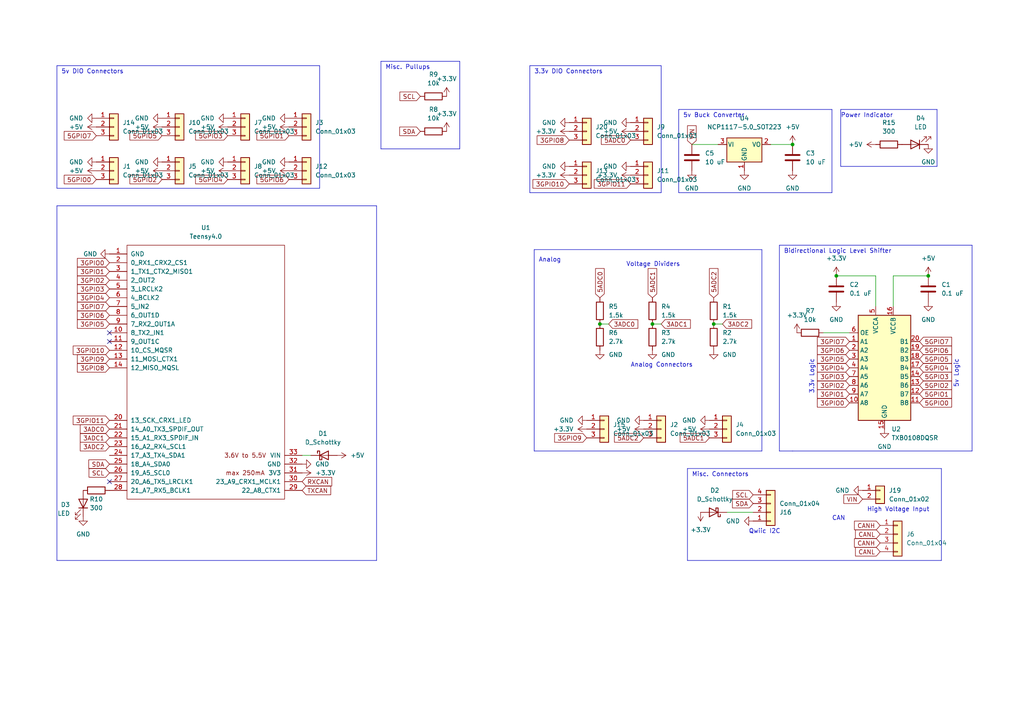
<source format=kicad_sch>
(kicad_sch (version 20230121) (generator eeschema)
  (paper "A4")
  (lib_symbols
    (symbol "Connector_Generic:Conn_01x02" (pin_names (offset 1.016) hide)
      (property "Reference" "J" (at 0 2.54 0))
      (property "Value" "Conn_01x02" (at 0 -5.08 0))
      (symbol "Conn_01x02_1_1"
        (rectangle (start -1.27 -2.413) (end 0 -2.667) (stroke (width 0.1524)))
        (rectangle (start -1.27 0.127) (end 0 -0.127) (stroke (width 0.1524)))
        (rectangle (start -1.27 1.27) (end 1.27 -3.81) (stroke (width 0.254)) (fill (type background)))
        (pin passive line (at -5.08 0 0) (length 3.81) (name "Pin_1") (number "1"))
        (pin passive line (at -5.08 -2.54 0) (length 3.81) (name "Pin_2") (number "2"))
      )
    )
    (symbol "Connector_Generic:Conn_01x03" (pin_names (offset 1.016) hide)
      (property "Reference" "J" (at 0 5.08 0))
      (property "Value" "Conn_01x03" (at 0 -5.08 0))
      (symbol "Conn_01x03_1_1"
        (rectangle (start -1.27 -2.413) (end 0 -2.667) (stroke (width 0.1524)))
        (rectangle (start -1.27 0.127) (end 0 -0.127) (stroke (width 0.1524)))
        (rectangle (start -1.27 2.667) (end 0 2.413) (stroke (width 0.1524)))
        (rectangle (start -1.27 3.81) (end 1.27 -3.81) (stroke (width 0.254)) (fill (type background)))
        (pin passive line (at -5.08 2.54 0) (length 3.81) (name "Pin_1") (number "1"))
        (pin passive line (at -5.08 0 0) (length 3.81) (name "Pin_2") (number "2"))
        (pin passive line (at -5.08 -2.54 0) (length 3.81) (name "Pin_3") (number "3"))
      )
    )
    (symbol "Connector_Generic:Conn_01x04" (pin_names (offset 1.016) hide)
      (property "Reference" "J" (at 0 5.08 0))
      (property "Value" "Conn_01x04" (at 0 -7.62 0))
      (symbol "Conn_01x04_1_1"
        (rectangle (start -1.27 -4.953) (end 0 -5.207) (stroke (width 0.1524)))
        (rectangle (start -1.27 -2.413) (end 0 -2.667) (stroke (width 0.1524)))
        (rectangle (start -1.27 0.127) (end 0 -0.127) (stroke (width 0.1524)))
        (rectangle (start -1.27 2.667) (end 0 2.413) (stroke (width 0.1524)))
        (rectangle (start -1.27 3.81) (end 1.27 -6.35) (stroke (width 0.254)) (fill (type background)))
        (pin passive line (at -5.08 2.54 0) (length 3.81) (name "Pin_1") (number "1"))
        (pin passive line (at -5.08 0 0) (length 3.81) (name "Pin_2") (number "2"))
        (pin passive line (at -5.08 -2.54 0) (length 3.81) (name "Pin_3") (number "3"))
        (pin passive line (at -5.08 -5.08 0) (length 3.81) (name "Pin_4") (number "4"))
      )
    )
    (symbol "Device:C" (pin_numbers hide) (pin_names (offset 0.254))
      (property "Reference" "C" (at 0.635 2.54 0))
      (property "Value" "C" (at 0.635 -2.54 0))
      (symbol "C_0_1"
        (polyline (pts (xy -2.032 -0.762) (xy 2.032 -0.762)) (stroke (width 0.508)))
        (polyline (pts (xy -2.032 0.762) (xy 2.032 0.762)) (stroke (width 0.508)))
      )
      (symbol "C_1_1"
        (pin passive line (at 0 3.81 270) (length 2.794) (name "~") (number "1"))
        (pin passive line (at 0 -3.81 90) (length 2.794) (name "~") (number "2"))
      )
    )
    (symbol "Device:D_Schottky" (pin_numbers hide) (pin_names (offset 1.016) hide)
      (property "Reference" "D" (at 0 2.54 0))
      (property "Value" "D_Schottky" (at 0 -2.54 0))
      (symbol "D_Schottky_0_1"
        (polyline (pts (xy 1.27 0) (xy -1.27 0)))
        (polyline (pts (xy 1.27 1.27) (xy 1.27 -1.27) (xy -1.27 0) (xy 1.27 1.27)) (stroke (width 0.254)))
        (polyline (pts (xy -1.905 0.635) (xy -1.905 1.27) (xy -1.27 1.27) (xy -1.27 -1.27) (xy -0.635 -1.27) (xy -0.635 -0.635)) (stroke (width 0.254)))
      )
      (symbol "D_Schottky_1_1"
        (pin passive line (at -3.81 0 0) (length 2.54) (name "K") (number "1"))
        (pin passive line (at 3.81 0 180) (length 2.54) (name "A") (number "2"))
      )
    )
    (symbol "Device:LED" (pin_numbers hide) (pin_names (offset 1.016) hide)
      (property "Reference" "D" (at 0 2.54 0))
      (property "Value" "LED" (at 0 -2.54 0))
      (symbol "LED_0_1"
        (polyline (pts (xy -1.27 -1.27) (xy -1.27 1.27)) (stroke (width 0.254)))
        (polyline (pts (xy -1.27 0) (xy 1.27 0)))
        (polyline (pts (xy 1.27 -1.27) (xy 1.27 1.27) (xy -1.27 0) (xy 1.27 -1.27)) (stroke (width 0.254)))
        (polyline (pts (xy -3.048 -0.762) (xy -4.572 -2.286) (xy -3.81 -2.286) (xy -4.572 -2.286) (xy -4.572 -1.524)))
        (polyline (pts (xy -1.778 -0.762) (xy -3.302 -2.286) (xy -2.54 -2.286) (xy -3.302 -2.286) (xy -3.302 -1.524)))
      )
      (symbol "LED_1_1"
        (pin passive line (at -3.81 0 0) (length 2.54) (name "K") (number "1"))
        (pin passive line (at 3.81 0 180) (length 2.54) (name "A") (number "2"))
      )
    )
    (symbol "Device:R" (pin_numbers hide) (pin_names (offset 0))
      (property "Reference" "R" (at 2.032 0 90))
      (property "Value" "R" (at 0 0 90))
      (symbol "R_0_1"
        (rectangle (start -1.016 -2.54) (end 1.016 2.54) (stroke (width 0.254)))
      )
      (symbol "R_1_1"
        (pin passive line (at 0 3.81 270) (length 1.27) (name "~") (number "1"))
        (pin passive line (at 0 -3.81 90) (length 1.27) (name "~") (number "2"))
      )
    )
    (symbol "Interface_CAN_LIN:MCP2542FDxMF"
      (property "Reference" "U" (at -10.16 8.89 0))
      (property "Value" "MCP2542FDxMF" (at 2.54 8.89 0))
      (symbol "MCP2542FDxMF_0_1"
        (rectangle (start -10.16 7.62) (end 10.16 -7.62) (stroke (width 0.254)) (fill (type background)))
      )
      (symbol "MCP2542FDxMF_1_1"
        (pin input line (at -12.7 5.08 0) (length 2.54) (name "TXD") (number "1"))
        (pin power_in line (at 0 -10.16 90) (length 2.54) (name "VSS") (number "2"))
        (pin power_in line (at 0 10.16 270) (length 2.54) (name "VDD") (number "3"))
        (pin output line (at -12.7 2.54 0) (length 2.54) (name "RXD") (number "4"))
        (pin power_in line (at -2.54 10.16 270) (length 2.54) (name "VIO") (number "5"))
        (pin bidirectional line (at 12.7 -2.54 180) (length 2.54) (name "CANL") (number "6"))
        (pin bidirectional line (at 12.7 2.54 180) (length 2.54) (name "CANH") (number "7"))
        (pin input line (at -12.7 -5.08 0) (length 2.54) (name "STBY") (number "8"))
        (pin passive line (at 0 -10.16 90) (length 2.54) hide (name "VSS") (number "9"))
      )
    )
    (symbol "Jumper:Jumper_2_Open" (pin_names (offset 0) hide)
      (property "Reference" "JP" (at 0 2.794 0))
      (property "Value" "Jumper_2_Open" (at 0 -2.286 0))
      (symbol "Jumper_2_Open_0_0"
        (circle (center -2.032 0) (radius 0.508))
        (circle (center 2.032 0) (radius 0.508))
      )
      (symbol "Jumper_2_Open_0_1"
        (arc (start 1.524 1.27) (mid 0 1.778) (end -1.524 1.27))
      )
      (symbol "Jumper_2_Open_1_1"
        (pin passive line (at -5.08 0 0) (length 2.54) (name "A") (number "1"))
        (pin passive line (at 5.08 0 180) (length 2.54) (name "B") (number "2"))
      )
    )
    (symbol "Logic_LevelTranslator:TXB0108DQSR"
      (property "Reference" "U" (at -6.35 16.51 0))
      (property "Value" "TXB0108DQSR" (at 3.81 16.51 0))
      (symbol "TXB0108DQSR_0_1"
        (rectangle (start -7.62 15.24) (end 7.62 -15.24) (stroke (width 0.254)) (fill (type background)))
      )
      (symbol "TXB0108DQSR_1_1"
        (pin bidirectional line (at -10.16 7.62 0) (length 2.54) (name "A1") (number "1"))
        (pin bidirectional line (at -10.16 -10.16 0) (length 2.54) (name "A8") (number "10"))
        (pin bidirectional line (at 10.16 -10.16 180) (length 2.54) (name "B8") (number "11"))
        (pin bidirectional line (at 10.16 -7.62 180) (length 2.54) (name "B7") (number "12"))
        (pin bidirectional line (at 10.16 -5.08 180) (length 2.54) (name "B6") (number "13"))
        (pin bidirectional line (at 10.16 -2.54 180) (length 2.54) (name "B5") (number "14"))
        (pin power_in line (at 0 -17.78 90) (length 2.54) (name "GND") (number "15"))
        (pin power_in line (at 2.54 17.78 270) (length 2.54) (name "VCCB") (number "16"))
        (pin bidirectional line (at 10.16 0 180) (length 2.54) (name "B4") (number "17"))
        (pin bidirectional line (at 10.16 2.54 180) (length 2.54) (name "B3") (number "18"))
        (pin bidirectional line (at 10.16 5.08 180) (length 2.54) (name "B2") (number "19"))
        (pin bidirectional line (at -10.16 5.08 0) (length 2.54) (name "A2") (number "2"))
        (pin bidirectional line (at 10.16 7.62 180) (length 2.54) (name "B1") (number "20"))
        (pin bidirectional line (at -10.16 2.54 0) (length 2.54) (name "A3") (number "3"))
        (pin bidirectional line (at -10.16 0 0) (length 2.54) (name "A4") (number "4"))
        (pin power_in line (at -2.54 17.78 270) (length 2.54) (name "VCCA") (number "5"))
        (pin input line (at -10.16 10.16 0) (length 2.54) (name "OE") (number "6"))
        (pin bidirectional line (at -10.16 -2.54 0) (length 2.54) (name "A5") (number "7"))
        (pin bidirectional line (at -10.16 -5.08 0) (length 2.54) (name "A6") (number "8"))
        (pin bidirectional line (at -10.16 -7.62 0) (length 2.54) (name "A7") (number "9"))
      )
    )
    (symbol "Power_Protection:NUP2105L" (pin_names hide)
      (property "Reference" "D" (at 5.715 2.54 0))
      (property "Value" "NUP2105L" (at 5.715 0.635 0))
      (symbol "NUP2105L_0_0"
        (pin passive line (at 0 -5.08 90) (length 2.54) (name "A") (number "3"))
      )
      (symbol "NUP2105L_0_1"
        (rectangle (start -4.445 2.54) (end 4.445 -2.54) (stroke (width 0.254)) (fill (type background)))
        (polyline (pts (xy -2.54 2.54) (xy -2.54 0.635)))
        (polyline (pts (xy 0 -1.27) (xy 0 -2.54)))
        (polyline (pts (xy 2.54 2.54) (xy 2.54 0.635)))
        (polyline (pts (xy -3.81 1.27) (xy -3.175 0.635) (xy -1.905 0.635) (xy -1.27 0)))
        (polyline (pts (xy -2.54 0.635) (xy -2.54 -1.27) (xy 2.54 -1.27) (xy 2.54 0.635)))
        (polyline (pts (xy -2.54 0.635) (xy -1.905 -0.635) (xy -3.175 -0.635) (xy -2.54 0.635)))
        (polyline (pts (xy 2.54 0.635) (xy 1.905 -0.635) (xy 3.175 -0.635) (xy 2.54 0.635)))
        (polyline (pts (xy 2.54 0.635) (xy 3.175 1.905) (xy 1.905 1.905) (xy 2.54 0.635)))
        (polyline (pts (xy -2.54 0.635) (xy -3.175 1.905) (xy -1.905 1.905) (xy -2.54 0.635) (xy -2.54 1.27)))
        (polyline (pts (xy 1.27 1.27) (xy 1.905 0.635) (xy 2.54 0.635) (xy 3.175 0.635) (xy 3.81 0)))
      )
      (symbol "NUP2105L_1_1"
        (pin passive line (at -2.54 5.08 270) (length 2.54) (name "K") (number "1"))
        (pin passive line (at 2.54 5.08 270) (length 2.54) (name "K") (number "2"))
      )
    )
    (symbol "Regulator_Linear:NCP1117-5.0_SOT223" (pin_names (offset 0.254))
      (property "Reference" "U" (at -3.81 3.175 0))
      (property "Value" "NCP1117-5.0_SOT223" (at 0 3.175 0))
      (symbol "NCP1117-5.0_SOT223_0_1"
        (rectangle (start -5.08 -5.08) (end 5.08 1.905) (stroke (width 0.254)) (fill (type background)))
      )
      (symbol "NCP1117-5.0_SOT223_1_1"
        (pin power_in line (at 0 -7.62 90) (length 2.54) (name "GND") (number "1"))
        (pin power_out line (at 7.62 0 180) (length 2.54) (name "VO") (number "2"))
        (pin power_in line (at -7.62 0 0) (length 2.54) (name "VI") (number "3"))
      )
    )
    (symbol "power:+3.3V" (power) (pin_names (offset 0))
      (property "Value" "+3.3V" (at 0 3.556 0))
      (symbol "+3.3V_0_1"
        (polyline (pts (xy -0.762 1.27) (xy 0 2.54)))
        (polyline (pts (xy 0 0) (xy 0 2.54)))
        (polyline (pts (xy 0 2.54) (xy 0.762 1.27)))
      )
      (symbol "+3.3V_1_1"
        (pin power_in line (at 0 0 90) (length 0) hide (name "+3.3V") (number "1"))
      )
    )
    (symbol "power:+5V" (power) (pin_names (offset 0))
      (property "Value" "+5V" (at 0 3.556 0))
      (symbol "+5V_0_1"
        (polyline (pts (xy -0.762 1.27) (xy 0 2.54)))
        (polyline (pts (xy 0 0) (xy 0 2.54)))
        (polyline (pts (xy 0 2.54) (xy 0.762 1.27)))
      )
      (symbol "+5V_1_1"
        (pin power_in line (at 0 0 90) (length 0) hide (name "+5V") (number "1"))
      )
    )
    (symbol "power:GND" (power) (pin_names (offset 0))
      (property "Value" "GND" (at 0 -3.81 0))
      (symbol "GND_0_1"
        (polyline (pts (xy 0 0) (xy 0 -1.27) (xy 1.27 -1.27) (xy 0 -2.54) (xy -1.27 -1.27) (xy 0 -1.27)))
      )
      (symbol "GND_1_1"
        (pin power_in line (at 0 0 270) (length 0) hide (name "GND") (number "1"))
      )
    )
    (symbol "teensy4:Teensy4.0" (pin_names (offset 1.016))
      (property "Reference" "U1" (at 0 41.91 0))
      (property "Value" "Teensy4.0" (at 0 39.37 0))
      (symbol "Teensy4.0_0_0"
        (text "3.6V to 5.5V" (at 11.43 -24.13 0) (effects (font (size 1.27 1.27))))
        (text "max 250mA" (at 11.43 -29.21 0) (effects (font (size 1.27 1.27))))
        (pin bidirectional line (at -27.94 11.43 0) (length 5.08) (name "8_TX2_IN1") (number "10"))
        (pin bidirectional line (at -27.94 8.89 0) (length 5.08) (name "9_OUT1C") (number "11"))
        (pin bidirectional line (at -27.94 6.35 0) (length 5.08) (name "10_CS_MQSR") (number "12"))
        (pin bidirectional line (at -27.94 3.81 0) (length 5.08) (name "11_MOSI_CTX1") (number "13"))
        (pin bidirectional line (at -27.94 1.27 0) (length 5.08) (name "12_MISO_MQSL") (number "14"))
        (pin bidirectional line (at -27.94 -13.97 0) (length 5.08) (name "13_SCK_CRX1_LED") (number "20"))
        (pin bidirectional line (at -27.94 -16.51 0) (length 5.08) (name "14_A0_TX3_SPDIF_OUT") (number "21"))
        (pin bidirectional line (at -27.94 -19.05 0) (length 5.08) (name "15_A1_RX3_SPDIF_IN") (number "22"))
        (pin bidirectional line (at -27.94 -21.59 0) (length 5.08) (name "16_A2_RX4_SCL1") (number "23"))
        (pin bidirectional line (at -27.94 -24.13 0) (length 5.08) (name "17_A3_TX4_SDA1") (number "24"))
        (pin bidirectional line (at -27.94 -26.67 0) (length 5.08) (name "18_A4_SDA0") (number "25"))
        (pin bidirectional line (at -27.94 -29.21 0) (length 5.08) (name "19_A5_SCL0") (number "26"))
        (pin bidirectional line (at -27.94 -31.75 0) (length 5.08) (name "20_A6_TX5_LRCLK1") (number "27"))
        (pin bidirectional line (at -27.94 -34.29 0) (length 5.08) (name "21_A7_RX5_BCLK1") (number "28"))
        (pin bidirectional line (at 27.94 -34.29 180) (length 5.08) (name "22_A8_CTX1") (number "29"))
        (pin bidirectional line (at 27.94 -31.75 180) (length 5.08) (name "23_A9_CRX1_MCLK1") (number "30"))
        (pin power_out line (at 27.94 -29.21 180) (length 5.08) (name "3V3") (number "31"))
        (pin power_in line (at 27.94 -26.67 180) (length 5.08) (name "GND") (number "32"))
        (pin power_in line (at 27.94 -24.13 180) (length 5.08) (name "VIN") (number "33"))
        (pin bidirectional line (at -27.94 24.13 0) (length 5.08) (name "3_LRCLK2") (number "5"))
        (pin bidirectional line (at -27.94 21.59 0) (length 5.08) (name "4_BCLK2") (number "6"))
        (pin bidirectional line (at -27.94 19.05 0) (length 5.08) (name "5_IN2") (number "7"))
        (pin bidirectional line (at -27.94 16.51 0) (length 5.08) (name "6_OUT1D") (number "8"))
        (pin bidirectional line (at -27.94 13.97 0) (length 5.08) (name "7_RX2_OUT1A") (number "9"))
      )
      (symbol "Teensy4.0_0_1"
        (rectangle (start -22.86 36.83) (end 22.86 -36.83))
        (rectangle (start -20.32 -31.75) (end -20.32 -31.75))
      )
      (symbol "Teensy4.0_1_1"
        (pin power_in line (at -27.94 34.29 0) (length 5.08) (name "GND") (number "1"))
        (pin bidirectional line (at -27.94 31.75 0) (length 5.08) (name "0_RX1_CRX2_CS1") (number "2"))
        (pin bidirectional line (at -27.94 29.21 0) (length 5.08) (name "1_TX1_CTX2_MISO1") (number "3"))
        (pin bidirectional line (at -27.94 26.67 0) (length 5.08) (name "2_OUT2") (number "4"))
      )
    )
  )
  (junction (at 242.57 80.01))
  (junction (at -30.48 193.04))
  (junction (at 269.24 80.01))
  (junction (at 189.23 93.98))
  (junction (at 173.99 93.98))
  (junction (at 207.01 93.98))
  (junction (at 229.87 41.91))
  (junction (at -25.4 193.04))
  (no_connect (at 31.75 96.52))
  (no_connect (at 31.75 99.06))
  (no_connect (at 31.75 139.7))
  (wire (pts (xy 269.24 80.01) (xy 259.08 80.01)))
  (wire (pts (xy -27.94 204.47) (xy -27.94 207.01)))
  (polyline (pts (xy 199.39 162.56) (xy 199.39 135.89)))
  (polyline (pts (xy 243.84 31.75) (xy 243.84 48.26)))
  (polyline (pts (xy 273.05 162.56) (xy 199.39 162.56)))
  (polyline (pts (xy 199.39 135.89) (xy 273.05 135.89)))
  (wire (pts (xy 176.53 93.98) (xy 173.99 93.98)))
  (polyline (pts (xy 220.98 130.81) (xy 154.94 130.81)))
  (polyline (pts (xy 243.84 48.26) (xy 271.78 48.26)))
  (wire (pts (xy 210.82 148.59) (xy 218.44 148.59)))
  (polyline (pts (xy -7.62 251.46) (xy -7.62 162.56)))
  (polyline (pts (xy -8.89 162.56) (xy -99.06 162.56)))
  (polyline (pts (xy 154.94 130.81) (xy 154.94 72.39)))
  (polyline (pts (xy 273.05 135.89) (xy 273.05 162.56)))
  (polyline (pts (xy 110.49 17.78) (xy 110.49 43.18)))
  (polyline (pts (xy 226.06 71.12) (xy 226.06 130.81)))
  (polyline (pts (xy 110.49 17.78) (xy 133.35 17.78)))
  (polyline (pts (xy 196.85 31.75) (xy 241.3 31.75)))
  (wire (pts (xy 200.66 41.91) (xy 208.28 41.91)))
  (wire (pts (xy -27.94 204.47) (xy -25.4 204.47)))
  (wire (pts (xy 238.76 96.52) (xy 246.38 96.52)))
  (wire (pts (xy 209.55 93.98) (xy 207.01 93.98)))
  (polyline (pts (xy 281.94 71.12) (xy 226.06 71.12)))
  (wire (pts (xy -30.48 193.04) (xy -30.48 207.01)))
  (polyline (pts (xy -8.89 162.56) (xy -7.62 162.56)))
  (polyline (pts (xy 226.06 130.81) (xy 229.87 130.81)))
  (polyline (pts (xy 271.78 48.26) (xy 271.78 31.75)))
  (wire (pts (xy -25.4 193.04) (xy -22.86 193.04)))
  (polyline (pts (xy 229.87 130.81) (xy 281.94 130.81)))
  (polyline (pts (xy 191.77 19.05) (xy 153.67 19.05)))
  (polyline (pts (xy 220.98 72.39) (xy 220.98 130.81)))
  (polyline (pts (xy -99.06 251.46) (xy -7.62 251.46)))
  (polyline (pts (xy 241.3 31.75) (xy 241.3 55.88)))
  (wire (pts (xy 191.77 93.98) (xy 189.23 93.98)))
  (polyline (pts (xy 92.71 19.05) (xy 16.51 19.05)))
  (polyline (pts (xy 16.51 19.05) (xy 16.51 54.61)))
  (wire (pts (xy -33.02 193.04) (xy -30.48 193.04)))
  (polyline (pts (xy 196.85 31.75) (xy 196.85 55.88)))
  (polyline (pts (xy 153.67 55.88) (xy 191.77 55.88)))
  (polyline (pts (xy 191.77 55.88) (xy 191.77 19.05)))
  (polyline (pts (xy 110.49 43.18) (xy 133.35 43.18)))
  (wire (pts (xy 254 80.01) (xy 254 88.9)))
  (polyline (pts (xy 281.94 130.81) (xy 281.94 71.12)))
  (polyline (pts (xy -99.06 162.56) (xy -99.06 251.46)))
  (wire (pts (xy 259.08 80.01) (xy 259.08 88.9)))
  (polyline (pts (xy 271.78 31.75) (xy 243.84 31.75)))
  (wire (pts (xy 223.52 41.91) (xy 229.87 41.91)))
  (polyline (pts (xy 16.51 54.61) (xy 92.71 54.61)))
  (polyline (pts (xy 133.35 43.18) (xy 133.35 17.78)))
  (polyline (pts (xy 154.94 72.39) (xy 220.98 72.39)))
  (polyline (pts (xy 16.51 162.56) (xy 16.51 59.69)))
  (wire (pts (xy -25.4 193.04) (xy -25.4 204.47)))
  (polyline (pts (xy 16.51 59.69) (xy 109.22 59.69)))
  (polyline (pts (xy 109.22 59.69) (xy 109.22 162.56)))
  (polyline (pts (xy 92.71 54.61) (xy 92.71 19.05)))
  (wire (pts (xy 87.63 132.08) (xy 90.17 132.08)))
  (polyline (pts (xy 109.22 162.56) (xy 16.51 162.56)))
  (polyline (pts (xy 241.3 55.88) (xy 196.85 55.88)))
  (polyline (pts (xy 153.67 19.05) (xy 153.67 55.88)))
  (wire (pts (xy 242.57 80.01) (xy 254 80.01)))
  (text "5v Logic" (at 278.13 104.14 90) (effects (font (size 1.27 1.27)) (justify right bottom)))
  (text "Selectable Bus Termination" (at -91.44 186.69 0) (effects (font (size 1.27 1.27)) (justify left bottom)))
  (text "Analog Connectors" (at 182.88 106.68 0) (effects (font (size 1.27 1.27)) (justify left bottom)))
  (text "3.3v DIO Connectors" (at 154.94 21.59 0) (effects (font (size 1.27 1.27)) (justify left bottom)))
  (text "5v Buck Converter" (at 198.12 34.29 0) (effects (font (size 1.27 1.27)) (justify left bottom)))
  (text "Qwiic I2C" (at 217.17 154.94 0) (effects (font (size 1.27 1.27)) (justify left bottom)))
  (text "3.3v Logic" (at 236.22 104.14 90) (effects (font (size 1.27 1.27)) (justify right bottom)))
  (text "Misc. Connectors" (at 200.66 138.43 0) (effects (font (size 1.27 1.27)) (justify left bottom)))
  (text "CAN" (at 241.3 151.13 0) (effects (font (size 1.27 1.27)) (justify left bottom)))
  (text "Analog" (at 156.21 76.2 0) (effects (font (size 1.27 1.27)) (justify left bottom)))
  (text "Bidirectional Logic Level Shifter" (at 227.33 73.66 0) (effects (font (size 1.27 1.27)) (justify left bottom)))
  (text "High Voltage Input" (at 251.46 148.59 0) (effects (font (size 1.27 1.27)) (justify left bottom)))
  (text "Voltage Dividers" (at 181.61 77.47 0) (effects (font (size 1.27 1.27)) (justify left bottom)))
  (text "Power Indicator" (at 243.84 34.29 0) (effects (font (size 1.27 1.27)) (justify left bottom)))
  (text "5v DIO Connectors" (at 17.78 21.59 0) (effects (font (size 1.27 1.27)) (justify left bottom)))
  (text "Misc. Pullups" (at 111.76 20.32 0) (effects (font (size 1.27 1.27)) (justify left bottom)))
  (text "CAN Transciever & Connector" (at -96.52 165.1 0) (effects (font (size 1.27 1.27)) (justify left bottom)))
  (global_label "SCL" (shape input) (at 121.92 27.94 180) (property "Intersheetrefs" "${INTERSHEET_REFS}" (effects hide)))
  (global_label "CANH" (shape input) (at -15.24 214.63 0) (property "Intersheetrefs" "${INTERSHEET_REFS}" (effects hide)))
  (global_label "TXCAN" (shape input) (at -40.64 212.09 180) (property "Intersheetrefs" "${INTERSHEET_REFS}" (effects hide)))
  (global_label "3GPIO5" (shape input) (at 246.38 104.14 180) (property "Intersheetrefs" "${INTERSHEET_REFS}" (effects hide)))
  (global_label "CANL" (shape input) (at -15.24 219.71 0) (property "Intersheetrefs" "${INTERSHEET_REFS}" (effects hide)))
  (global_label "5GPIO7" (shape input) (at 266.7 99.06 0) (property "Intersheetrefs" "${INTERSHEET_REFS}" (effects hide)))
  (global_label "3GPIO10" (shape input) (at 31.75 101.6 180) (property "Intersheetrefs" "${INTERSHEET_REFS}" (effects hide)))
  (global_label "SDA" (shape input) (at 31.75 134.62 180) (property "Intersheetrefs" "${INTERSHEET_REFS}" (effects hide)))
  (global_label "5GPIO6" (shape input) (at 83.82 52.07 180) (property "Intersheetrefs" "${INTERSHEET_REFS}" (effects hide)))
  (global_label "3GPIO0" (shape input) (at 31.75 76.2 180) (property "Intersheetrefs" "${INTERSHEET_REFS}" (effects hide)))
  (global_label "3GPIO6" (shape input) (at 246.38 101.6 180) (property "Intersheetrefs" "${INTERSHEET_REFS}" (effects hide)))
  (global_label "5GPIO1" (shape input) (at 266.7 114.3 0) (property "Intersheetrefs" "${INTERSHEET_REFS}" (effects hide)))
  (global_label "3ADC1" (shape input) (at 191.77 93.98 0) (property "Intersheetrefs" "${INTERSHEET_REFS}" (effects hide)))
  (global_label "3ADC2" (shape input) (at 31.75 129.54 180) (property "Intersheetrefs" "${INTERSHEET_REFS}" (effects hide)))
  (global_label "3GPIO2" (shape input) (at 31.75 81.28 180) (property "Intersheetrefs" "${INTERSHEET_REFS}" (effects hide)))
  (global_label "5GPIO0" (shape input) (at 27.94 52.07 180) (property "Intersheetrefs" "${INTERSHEET_REFS}" (effects hide)))
  (global_label "5GPIO2" (shape input) (at 266.7 111.76 0) (property "Intersheetrefs" "${INTERSHEET_REFS}" (effects hide)))
  (global_label "5GPIO2" (shape input) (at 46.99 52.07 180) (property "Intersheetrefs" "${INTERSHEET_REFS}" (effects hide)))
  (global_label "3GPIO0" (shape input) (at 246.38 116.84 180) (property "Intersheetrefs" "${INTERSHEET_REFS}" (effects hide)))
  (global_label "5ADC0" (shape input) (at 173.99 86.36 90) (property "Intersheetrefs" "${INTERSHEET_REFS}" (effects hide)))
  (global_label "CANH" (shape input) (at 255.27 152.4 180) (property "Intersheetrefs" "${INTERSHEET_REFS}" (effects hide)))
  (global_label "5GPIO3" (shape input) (at 266.7 109.22 0) (property "Intersheetrefs" "${INTERSHEET_REFS}" (effects hide)))
  (global_label "3GPIO11" (shape input) (at 31.75 121.92 180) (property "Intersheetrefs" "${INTERSHEET_REFS}" (effects hide)))
  (global_label "3ADC1" (shape input) (at 31.75 127 180) (property "Intersheetrefs" "${INTERSHEET_REFS}" (effects hide)))
  (global_label "CANH" (shape input) (at -83.82 234.95 0) (property "Intersheetrefs" "${INTERSHEET_REFS}" (effects hide)))
  (global_label "5ADC1" (shape input) (at 189.23 86.36 90) (property "Intersheetrefs" "${INTERSHEET_REFS}" (effects hide)))
  (global_label "3GPIO6" (shape input) (at 31.75 91.44 180) (property "Intersheetrefs" "${INTERSHEET_REFS}" (effects hide)))
  (global_label "SDA" (shape input) (at 218.44 146.05 180) (property "Intersheetrefs" "${INTERSHEET_REFS}" (effects hide)))
  (global_label "5GPIO3" (shape input) (at 66.04 39.37 180) (property "Intersheetrefs" "${INTERSHEET_REFS}" (effects hide)))
  (global_label "5ADC1" (shape input) (at 205.74 127 180) (property "Intersheetrefs" "${INTERSHEET_REFS}" (effects hide)))
  (global_label "3ADC0" (shape input) (at 31.75 124.46 180) (property "Intersheetrefs" "${INTERSHEET_REFS}" (effects hide)))
  (global_label "5ADC0" (shape input) (at 182.88 40.64 180) (property "Intersheetrefs" "${INTERSHEET_REFS}" (effects hide)))
  (global_label "CANL" (shape input) (at 255.27 160.02 180) (property "Intersheetrefs" "${INTERSHEET_REFS}" (effects hide)))
  (global_label "3GPIO4" (shape input) (at 246.38 106.68 180) (property "Intersheetrefs" "${INTERSHEET_REFS}" (effects hide)))
  (global_label "SCL" (shape input) (at 31.75 137.16 180) (property "Intersheetrefs" "${INTERSHEET_REFS}" (effects hide)))
  (global_label "VIN" (shape input) (at 250.19 144.78 180) (property "Intersheetrefs" "${INTERSHEET_REFS}" (effects hide)))
  (global_label "RXCAN" (shape input) (at -40.64 214.63 180) (property "Intersheetrefs" "${INTERSHEET_REFS}" (effects hide)))
  (global_label "5GPIO6" (shape input) (at 266.7 101.6 0) (property "Intersheetrefs" "${INTERSHEET_REFS}" (effects hide)))
  (global_label "RXCAN" (shape input) (at 87.63 139.7 0) (property "Intersheetrefs" "${INTERSHEET_REFS}" (effects hide)))
  (global_label "3ADC2" (shape input) (at 209.55 93.98 0) (property "Intersheetrefs" "${INTERSHEET_REFS}" (effects hide)))
  (global_label "CANL" (shape input) (at 255.27 154.94 180) (property "Intersheetrefs" "${INTERSHEET_REFS}" (effects hide)))
  (global_label "3GPIO9" (shape input) (at 170.18 127 180) (property "Intersheetrefs" "${INTERSHEET_REFS}" (effects hide)))
  (global_label "5GPIO5" (shape input) (at 266.7 104.14 0) (property "Intersheetrefs" "${INTERSHEET_REFS}" (effects hide)))
  (global_label "3ADC0" (shape input) (at 176.53 93.98 0) (property "Intersheetrefs" "${INTERSHEET_REFS}" (effects hide)))
  (global_label "SCL" (shape input) (at 218.44 143.51 180) (property "Intersheetrefs" "${INTERSHEET_REFS}" (effects hide)))
  (global_label "3GPIO1" (shape input) (at 31.75 78.74 180) (property "Intersheetrefs" "${INTERSHEET_REFS}" (effects hide)))
  (global_label "3GPIO1" (shape input) (at 246.38 114.3 180) (property "Intersheetrefs" "${INTERSHEET_REFS}" (effects hide)))
  (global_label "3GPIO8" (shape input) (at 31.75 106.68 180) (property "Intersheetrefs" "${INTERSHEET_REFS}" (effects hide)))
  (global_label "5GPIO0" (shape input) (at 266.7 116.84 0) (property "Intersheetrefs" "${INTERSHEET_REFS}" (effects hide)))
  (global_label "VIN" (shape input) (at 200.66 41.91 90) (property "Intersheetrefs" "${INTERSHEET_REFS}" (effects hide)))
  (global_label "5GPIO7" (shape input) (at 27.94 39.37 180) (property "Intersheetrefs" "${INTERSHEET_REFS}" (effects hide)))
  (global_label "5GPIO1" (shape input) (at 83.82 39.37 180) (property "Intersheetrefs" "${INTERSHEET_REFS}" (effects hide)))
  (global_label "3GPIO9" (shape input) (at 31.75 104.14 180) (property "Intersheetrefs" "${INTERSHEET_REFS}" (effects hide)))
  (global_label "3GPIO10" (shape input) (at 165.1 53.34 180) (property "Intersheetrefs" "${INTERSHEET_REFS}" (effects hide)))
  (global_label "SDA" (shape input) (at 121.92 38.1 180) (property "Intersheetrefs" "${INTERSHEET_REFS}" (effects hide)))
  (global_label "3GPIO7" (shape input) (at 246.38 99.06 180) (property "Intersheetrefs" "${INTERSHEET_REFS}" (effects hide)))
  (global_label "CANL" (shape input) (at -63.5 194.31 0) (property "Intersheetrefs" "${INTERSHEET_REFS}" (effects hide)))
  (global_label "5ADC2" (shape input) (at 207.01 86.36 90) (property "Intersheetrefs" "${INTERSHEET_REFS}" (effects hide)))
  (global_label "3GPIO8" (shape input) (at 165.1 40.64 180) (property "Intersheetrefs" "${INTERSHEET_REFS}" (effects hide)))
  (global_label "3GPIO4" (shape input) (at 31.75 86.36 180) (property "Intersheetrefs" "${INTERSHEET_REFS}" (effects hide)))
  (global_label "3GPIO11" (shape input) (at 182.88 53.34 180) (property "Intersheetrefs" "${INTERSHEET_REFS}" (effects hide)))
  (global_label "3GPIO3" (shape input) (at 31.75 83.82 180) (property "Intersheetrefs" "${INTERSHEET_REFS}" (effects hide)))
  (global_label "CANH" (shape input) (at -81.28 194.31 180) (property "Intersheetrefs" "${INTERSHEET_REFS}" (effects hide)))
  (global_label "3GPIO7" (shape input) (at 31.75 88.9 180) (property "Intersheetrefs" "${INTERSHEET_REFS}" (effects hide)))
  (global_label "CANH" (shape input) (at 255.27 157.48 180) (property "Intersheetrefs" "${INTERSHEET_REFS}" (effects hide)))
  (global_label "3GPIO5" (shape input) (at 31.75 93.98 180) (property "Intersheetrefs" "${INTERSHEET_REFS}" (effects hide)))
  (global_label "5GPIO5" (shape input) (at 46.99 39.37 180) (property "Intersheetrefs" "${INTERSHEET_REFS}" (effects hide)))
  (global_label "5GPIO4" (shape input) (at 266.7 106.68 0) (property "Intersheetrefs" "${INTERSHEET_REFS}" (effects hide)))
  (global_label "TXCAN" (shape input) (at 87.63 142.24 0) (property "Intersheetrefs" "${INTERSHEET_REFS}" (effects hide)))
  (global_label "5ADC2" (shape input) (at 186.69 127 180) (property "Intersheetrefs" "${INTERSHEET_REFS}" (effects hide)))
  (global_label "CANL" (shape input) (at -88.9 234.95 180) (property "Intersheetrefs" "${INTERSHEET_REFS}" (effects hide)))
  (global_label "5GPIO4" (shape input) (at 66.04 52.07 180) (property "Intersheetrefs" "${INTERSHEET_REFS}" (effects hide)))
  (global_label "3GPIO3" (shape input) (at 246.38 109.22 180) (property "Intersheetrefs" "${INTERSHEET_REFS}" (effects hide)))
  (global_label "3GPIO2" (shape input) (at 246.38 111.76 180) (property "Intersheetrefs" "${INTERSHEET_REFS}" (effects hide)))
  (symbol (lib_id "power:+5V") (at 27.94 36.83 90) (unit 1)
    (property "Reference" "#PWR02" (effects hide))
    (property "Value" "+5V" (at 24.13 36.8299 90) (effects (justify left)))
  )
  (symbol (lib_id "power:+3.3V") (at 165.1 50.8 90) (unit 1)
    (property "Reference" "#PWR034" (effects hide))
    (property "Value" "+3.3V" (at 161.29 50.7999 90) (effects (justify left)))
  )
  (symbol (lib_id "Connector_Generic:Conn_01x03") (at 210.82 124.46 0) (unit 1)
    (property "Reference" "J4" (at 213.36 123.19 0) (effects (justify left)))
    (property "Value" "Conn_01x03" (at 213.36 125.73 0) (effects (justify left)))
    (property "Footprint" "Connector_JST:JST_XH_B3B-XH-A_1x03_P2.50mm_Vertical" (effects hide))
  )
  (symbol (lib_id "power:+3.3V") (at 242.57 80.01 0) (unit 1)
    (property "Reference" "#PWR055" (effects hide))
    (property "Value" "+3.3V" (at 242.57 74.93 0))
  )
  (symbol (lib_id "power:GND") (at 256.54 124.46 0) (unit 1)
    (property "Reference" "#PWR059" (effects hide))
    (property "Value" "GND" (at 256.54 129.54 0))
  )
  (symbol (lib_id "power:GND") (at 182.88 35.56 270) (unit 1)
    (property "Reference" "#PWR038" (effects hide))
    (property "Value" "GND" (at 179.07 35.5599 90) (effects (justify right)))
  )
  (symbol (lib_id "Interface_CAN_LIN:MCP2542FDxMF") (at -27.94 217.17 0) (unit 1)
    (property "Reference" "U6" (at -25.9841 227.33 0) (effects (justify left)))
    (property "Value" "MCP2542FDxMF" (at -25.9841 229.87 0) (effects (justify left)))
    (property "Footprint" "Package_DFN_QFN:DFN-8-1EP_3x3mm_P0.65mm_EP1.55x2.4mm" (effects hide))
    (property "Datasheet" "http://ww1.microchip.com/downloads/en/DeviceDoc/MCP2542FD-4FD-MCP2542WFD-4WFD-Data-Sheet20005514B.pdf" (effects hide))
  )
  (symbol (lib_id "power:GND") (at 87.63 134.62 90) (unit 1)
    (property "Reference" "#PWR019" (effects hide))
    (property "Value" "GND" (at 91.44 134.6199 90) (effects (justify right)))
  )
  (symbol (lib_id "power:+3.3V") (at 203.2 148.59 180) (unit 1)
    (property "Reference" "#PWR046" (effects hide))
    (property "Value" "+3.3V" (at 203.2 153.67 0))
  )
  (symbol (lib_id "power:GND") (at 200.66 49.53 0) (unit 1)
    (property "Reference" "#PWR045" (effects hide))
    (property "Value" "GND" (at 200.66 54.61 0))
  )
  (symbol (lib_id "power:+5V") (at 269.24 80.01 0) (unit 1)
    (property "Reference" "#PWR061" (effects hide))
    (property "Value" "+5V" (at 269.24 74.93 0))
  )
  (symbol (lib_id "Device:R") (at 189.23 97.79 0) (unit 1)
    (property "Reference" "R3" (at 191.77 96.5199 0) (effects (justify left)))
    (property "Value" "2.7k" (at 191.77 99.0599 0) (effects (justify left)))
    (property "Footprint" "Resistor_SMD:R_0402_1005Metric" (effects hide))
  )
  (symbol (lib_id "Connector_Generic:Conn_01x03") (at 175.26 124.46 0) (unit 1)
    (property "Reference" "J15" (at 177.8 123.19 0) (effects (justify left)))
    (property "Value" "Conn_01x03" (at 177.8 125.73 0) (effects (justify left)))
    (property "Footprint" "Connector_JST:JST_XH_B3B-XH-A_1x03_P2.50mm_Vertical" (effects hide))
  )
  (symbol (lib_id "power:+5V") (at 27.94 49.53 90) (unit 1)
    (property "Reference" "#PWR04" (effects hide))
    (property "Value" "+5V" (at 24.13 49.5299 90) (effects (justify left)))
  )
  (symbol (lib_id "power:+5V") (at 182.88 38.1 90) (unit 1)
    (property "Reference" "#PWR06" (effects hide))
    (property "Value" "+5V" (at 179.07 38.1 90) (effects (justify left)))
  )
  (symbol (lib_id "power:+5V") (at 83.82 36.83 90) (unit 1)
    (property "Reference" "#PWR016" (effects hide))
    (property "Value" "+5V" (at 80.01 36.8299 90) (effects (justify left)))
  )
  (symbol (lib_id "power:GND") (at 218.44 151.13 270) (unit 1)
    (property "Reference" "#PWR051" (effects hide))
    (property "Value" "GND" (at 214.63 151.1299 90) (effects (justify right)))
  )
  (symbol (lib_id "power:GND") (at 31.75 73.66 270) (unit 1)
    (property "Reference" "#PWR05" (effects hide))
    (property "Value" "GND" (at 24.13 73.66 90) (effects (justify left)))
  )
  (symbol (lib_id "power:GND") (at 229.87 49.53 0) (unit 1)
    (property "Reference" "#PWR053" (effects hide))
    (property "Value" "GND" (at 229.87 54.61 0))
  )
  (symbol (lib_id "Power_Protection:NUP2105L") (at -86.36 240.03 0) (unit 1)
    (property "Reference" "D5" (at -78.74 238.76 0) (effects (justify left)))
    (property "Value" "NUP2105L" (at -78.74 241.3 0) (effects (justify left)))
    (property "Footprint" "Package_TO_SOT_SMD:SOT-23" (effects hide))
    (property "Datasheet" "http://www.onsemi.com/pub_link/Collateral/NUP2105L-D.PDF" (effects hide))
  )
  (symbol (lib_id "Connector_Generic:Conn_01x03") (at 33.02 36.83 0) (unit 1)
    (property "Reference" "J14" (at 35.56 35.56 0) (effects (justify left)))
    (property "Value" "Conn_01x03" (at 35.56 38.1 0) (effects (justify left)))
    (property "Footprint" "Connector_JST:JST_XH_B3B-XH-A_1x03_P2.50mm_Vertical" (effects hide))
  )
  (symbol (lib_id "power:GND") (at 173.99 101.6 0) (unit 1)
    (property "Reference" "#PWR037" (effects hide))
    (property "Value" "GND" (at 176.53 102.8699 0) (effects (justify left)))
  )
  (symbol (lib_id "Device:R") (at 125.73 27.94 270) (unit 1)
    (property "Reference" "R9" (at 125.73 21.59 90))
    (property "Value" "10k" (at 125.73 24.13 90))
    (property "Footprint" "Resistor_SMD:R_0402_1005Metric" (effects hide))
  )
  (symbol (lib_id "teensy4:Teensy4.0") (at 59.69 107.95 0) (unit 1)
    (property "Reference" "U1" (at 59.69 66.04 0))
    (property "Value" "Teensy4.0" (at 59.69 68.58 0))
    (property "Footprint" "teensy:Teensy40" (effects hide))
  )
  (symbol (lib_id "power:GND") (at 207.01 101.6 0) (unit 1)
    (property "Reference" "#PWR049" (effects hide))
    (property "Value" "GND" (at 209.55 102.8699 0) (effects (justify left)))
  )
  (symbol (lib_id "power:GND") (at 170.18 121.92 270) (unit 1)
    (property "Reference" "#PWR035" (effects hide))
    (property "Value" "GND" (at 166.37 121.9199 90) (effects (justify right)))
  )
  (symbol (lib_id "power:GND") (at 46.99 34.29 270) (unit 1)
    (property "Reference" "#PWR07" (effects hide))
    (property "Value" "GND" (at 43.18 34.2899 90) (effects (justify right)))
  )
  (symbol (lib_id "Regulator_Linear:NCP1117-5.0_SOT223") (at 215.9 41.91 0) (unit 1)
    (property "Reference" "U4" (at 215.9 34.29 0))
    (property "Value" "NCP1117-5.0_SOT223" (at 215.9 36.83 0))
    (property "Footprint" "Package_TO_SOT_SMD:SOT-223-3_TabPin2" (effects hide))
    (property "Datasheet" "http://www.onsemi.com/pub_link/Collateral/NCP1117-D.PDF" (effects hide))
  )
  (symbol (lib_id "Device:R") (at 234.95 96.52 90) (unit 1)
    (property "Reference" "R7" (at 234.95 90.17 90))
    (property "Value" "10k" (at 234.95 92.71 90))
    (property "Footprint" "Resistor_SMD:R_0402_1005Metric" (effects hide))
  )
  (symbol (lib_id "Device:LED") (at 265.43 41.91 180) (unit 1)
    (property "Reference" "D4" (at 267.0175 34.29 0))
    (property "Value" "LED" (at 267.0175 36.83 0))
    (property "Footprint" "LED_SMD:LED_0603_1608Metric" (effects hide))
  )
  (symbol (lib_id "Jumper:Jumper_2_Open") (at -76.2 194.31 0) (unit 1)
    (property "Reference" "JP1" (at -76.2 187.96 0))
    (property "Value" "Jumper_2_Open" (at -76.2 190.5 0))
    (property "Footprint" "Jumper:SolderJumper-2_P1.3mm_Open_TrianglePad1.0x1.5mm" (effects hide))
  )
  (symbol (lib_id "power:GND") (at 250.19 142.24 270) (unit 1)
    (property "Reference" "#PWR057" (effects hide))
    (property "Value" "GND" (at 246.38 142.2399 90) (effects (justify right)))
  )
  (symbol (lib_id "power:+5V") (at 254 41.91 90) (unit 1)
    (property "Reference" "#PWR058" (effects hide))
    (property "Value" "+5V" (at 250.19 41.9099 90) (effects (justify left)))
  )
  (symbol (lib_id "power:GND") (at 186.69 121.92 270) (unit 1)
    (property "Reference" "#PWR042" (effects hide))
    (property "Value" "GND" (at 182.88 121.9199 90) (effects (justify right)))
  )
  (symbol (lib_id "Device:C") (at -22.86 196.85 180) (unit 1)
    (property "Reference" "C9" (at -16.51 191.77 0) (effects (justify left)))
    (property "Value" "0.1 uF" (at -16.51 194.31 0) (effects (justify left)))
    (property "Footprint" "Capacitor_SMD:C_0402_1005Metric" (effects hide))
  )
  (symbol (lib_id "power:GND") (at 66.04 34.29 270) (unit 1)
    (property "Reference" "#PWR011" (effects hide))
    (property "Value" "GND" (at 62.23 34.2899 90) (effects (justify right)))
  )
  (symbol (lib_id "Device:D_Schottky") (at 207.01 148.59 180) (unit 1)
    (property "Reference" "D2" (at 207.3275 142.24 0))
    (property "Value" "D_Schottky" (at 207.3275 144.78 0))
    (property "Footprint" "Diode_SMD:D_0603_1608Metric" (effects hide))
  )
  (symbol (lib_id "power:+5V") (at 66.04 36.83 90) (unit 1)
    (property "Reference" "#PWR012" (effects hide))
    (property "Value" "+5V" (at 62.23 36.8299 90) (effects (justify left)))
  )
  (symbol (lib_id "Connector_Generic:Conn_01x03") (at 170.18 50.8 0) (unit 1)
    (property "Reference" "J13" (at 172.72 49.53 0) (effects (justify left)))
    (property "Value" "Conn_01x03" (at 172.72 52.07 0) (effects (justify left)))
    (property "Footprint" "Connector_JST:JST_XH_B3B-XH-A_1x03_P2.50mm_Vertical" (effects hide))
  )
  (symbol (lib_id "Device:D_Schottky") (at 93.98 132.08 0) (unit 1)
    (property "Reference" "D1" (at 93.6625 125.73 0))
    (property "Value" "D_Schottky" (at 93.6625 128.27 0))
    (property "Footprint" "Diode_SMD:D_0603_1608Metric" (effects hide))
  )
  (symbol (lib_id "Device:C") (at -33.02 196.85 0) (unit 1)
    (property "Reference" "C8" (at -39.37 191.77 0) (effects (justify left)))
    (property "Value" "0.1 uF" (at -39.37 194.31 0) (effects (justify left)))
    (property "Footprint" "Capacitor_SMD:C_0402_1005Metric" (effects hide))
  )
  (symbol (lib_id "Device:R") (at 207.01 97.79 0) (unit 1)
    (property "Reference" "R2" (at 209.55 96.5199 0) (effects (justify left)))
    (property "Value" "2.7k" (at 209.55 99.0599 0) (effects (justify left)))
    (property "Footprint" "Resistor_SMD:R_0402_1005Metric" (effects hide))
  )
  (symbol (lib_id "Device:LED") (at 24.13 146.05 270) (mirror x) (unit 1)
    (property "Reference" "D3" (at 20.32 146.3674 90) (effects (justify right)))
    (property "Value" "LED" (at 20.32 148.9074 90) (effects (justify right)))
    (property "Footprint" "LED_SMD:LED_0603_1608Metric" (effects hide))
  )
  (symbol (lib_id "power:+5V") (at 83.82 49.53 90) (unit 1)
    (property "Reference" "#PWR018" (effects hide))
    (property "Value" "+5V" (at 80.01 49.5299 90) (effects (justify left)))
  )
  (symbol (lib_id "Connector_Generic:Conn_01x02") (at 255.27 142.24 0) (unit 1)
    (property "Reference" "J19" (at 257.81 142.24 0) (effects (justify left)))
    (property "Value" "Conn_01x02" (at 257.81 144.78 0) (effects (justify left)))
    (property "Footprint" "Connector_JST:JST_XH_B2B-XH-A_1x02_P2.50mm_Vertical" (effects hide))
  )
  (symbol (lib_id "power:GND") (at 46.99 46.99 270) (unit 1)
    (property "Reference" "#PWR09" (effects hide))
    (property "Value" "GND" (at 43.18 46.9899 90) (effects (justify right)))
  )
  (symbol (lib_id "power:+5V") (at 46.99 36.83 90) (unit 1)
    (property "Reference" "#PWR08" (effects hide))
    (property "Value" "+5V" (at 43.18 36.8299 90) (effects (justify left)))
  )
  (symbol (lib_id "Connector_Generic:Conn_01x03") (at 71.12 36.83 0) (unit 1)
    (property "Reference" "J7" (at 73.66 35.56 0) (effects (justify left)))
    (property "Value" "Conn_01x03" (at 73.66 38.1 0) (effects (justify left)))
    (property "Footprint" "Connector_JST:JST_XH_B3B-XH-A_1x03_P2.50mm_Vertical" (effects hide))
  )
  (symbol (lib_id "Connector_Generic:Conn_01x04") (at 223.52 148.59 0) (mirror x) (unit 1)
    (property "Reference" "J16" (at 226.06 148.5901 0) (effects (justify left)))
    (property "Value" "Conn_01x04" (at 226.06 146.0501 0) (effects (justify left)))
    (property "Footprint" "Connector_JST:JST_SH_BM04B-SRSS-TB_1x04-1MP_P1.00mm_Vertical" (effects hide))
  )
  (symbol (lib_id "power:+5V") (at 205.74 124.46 90) (unit 1)
    (property "Reference" "#PWR048" (effects hide))
    (property "Value" "+5V" (at 201.93 124.4599 90) (effects (justify left)))
  )
  (symbol (lib_id "power:GND") (at 27.94 46.99 270) (unit 1)
    (property "Reference" "#PWR03" (effects hide))
    (property "Value" "GND" (at 24.13 46.9899 90) (effects (justify right)))
  )
  (symbol (lib_id "power:+3.3V") (at 170.18 124.46 90) (unit 1)
    (property "Reference" "#PWR036" (effects hide))
    (property "Value" "+3.3V" (at 166.37 124.46 90) (effects (justify left)))
  )
  (symbol (lib_id "power:GND") (at 215.9 49.53 0) (unit 1)
    (property "Reference" "#PWR050" (effects hide))
    (property "Value" "GND" (at 215.9 54.61 0))
  )
  (symbol (lib_id "power:+5V") (at 229.87 41.91 0) (unit 1)
    (property "Reference" "#PWR052" (effects hide))
    (property "Value" "+5V" (at 229.87 36.83 0))
  )
  (symbol (lib_id "Device:R") (at 27.94 142.24 90) (mirror x) (unit 1)
    (property "Reference" "R10" (at 27.94 144.78 90))
    (property "Value" "300" (at 27.94 147.32 90))
    (property "Footprint" "Resistor_SMD:R_0402_1005Metric" (effects hide))
  )
  (symbol (lib_id "power:+3.3V") (at 182.88 50.8 90) (unit 1)
    (property "Reference" "#PWR041" (effects hide))
    (property "Value" "+3.3V" (at 179.07 50.7999 90) (effects (justify left)))
  )
  (symbol (lib_id "Logic_LevelTranslator:TXB0108DQSR") (at 256.54 106.68 0) (unit 1)
    (property "Reference" "U2" (at 258.5594 124.46 0) (effects (justify left)))
    (property "Value" "TXB0108DQSR" (at 258.5594 127 0) (effects (justify left)))
    (property "Footprint" "Package_SO:TSSOP-20_4.4x6.5mm_P0.65mm" (effects hide))
    (property "Datasheet" "http://www.ti.com/lit/ds/symlink/txb0108.pdf" (effects hide))
  )
  (symbol (lib_id "Device:C") (at 242.57 83.82 0) (unit 1)
    (property "Reference" "C2" (at 246.38 82.5499 0) (effects (justify left)))
    (property "Value" "0.1 uF" (at 246.38 85.0899 0) (effects (justify left)))
    (property "Footprint" "Capacitor_SMD:C_0402_1005Metric" (effects hide))
  )
  (symbol (lib_id "Connector_Generic:Conn_01x03") (at 187.96 50.8 0) (unit 1)
    (property "Reference" "J11" (at 190.5 49.53 0) (effects (justify left)))
    (property "Value" "Conn_01x03" (at 190.5 52.07 0) (effects (justify left)))
    (property "Footprint" "Connector_JST:JST_XH_B3B-XH-A_1x03_P2.50mm_Vertical" (effects hide))
  )
  (symbol (lib_id "Connector_Generic:Conn_01x03") (at 187.96 38.1 0) (unit 1)
    (property "Reference" "J9" (at 190.5 36.83 0) (effects (justify left)))
    (property "Value" "Conn_01x03" (at 190.5 39.37 0) (effects (justify left)))
    (property "Footprint" "Connector_JST:JST_XH_B3B-XH-A_1x03_P2.50mm_Vertical" (effects hide))
  )
  (symbol (lib_id "power:+5V") (at 97.79 132.08 270) (unit 1)
    (property "Reference" "#PWR021" (effects hide))
    (property "Value" "+5V" (at 101.6 132.0799 90) (effects (justify left)))
  )
  (symbol (lib_id "power:GND") (at 242.57 87.63 0) (unit 1)
    (property "Reference" "#PWR056" (effects hide))
    (property "Value" "GND" (at 242.57 92.71 0))
  )
  (symbol (lib_id "power:GND") (at -33.02 200.66 0) (unit 1)
    (property "Reference" "#PWR069" (effects hide))
    (property "Value" "GND" (at -36.83 201.93 0))
  )
  (symbol (lib_id "Device:R") (at 257.81 41.91 270) (unit 1)
    (property "Reference" "R15" (at 257.81 35.56 90))
    (property "Value" "300" (at 257.81 38.1 90))
    (property "Footprint" "Resistor_SMD:R_0402_1005Metric" (effects hide))
  )
  (symbol (lib_id "Connector_Generic:Conn_01x03") (at 88.9 49.53 0) (unit 1)
    (property "Reference" "J12" (at 91.44 48.26 0) (effects (justify left)))
    (property "Value" "Conn_01x03" (at 91.44 50.8 0) (effects (justify left)))
    (property "Footprint" "Connector_JST:JST_XH_B3B-XH-A_1x03_P2.50mm_Vertical" (effects hide))
  )
  (symbol (lib_id "Device:C") (at 200.66 45.72 0) (unit 1)
    (property "Reference" "C5" (at 204.47 44.4499 0) (effects (justify left)))
    (property "Value" "10 uF" (at 204.47 46.9899 0) (effects (justify left)))
    (property "Footprint" "Capacitor_SMD:C_0805_2012Metric" (effects hide))
  )
  (symbol (lib_id "power:+3.3V") (at 129.54 27.94 0) (unit 1)
    (property "Reference" "#PWR023" (effects hide))
    (property "Value" "+3.3V" (at 129.54 22.86 0))
  )
  (symbol (lib_id "power:GND") (at -27.94 227.33 0) (unit 1)
    (property "Reference" "#PWR071" (effects hide))
    (property "Value" "GND" (at -27.94 232.41 0))
  )
  (symbol (lib_id "power:+5V") (at 46.99 49.53 90) (unit 1)
    (property "Reference" "#PWR010" (effects hide))
    (property "Value" "+5V" (at 43.18 49.5299 90) (effects (justify left)))
  )
  (symbol (lib_id "power:GND") (at 205.74 121.92 270) (unit 1)
    (property "Reference" "#PWR047" (effects hide))
    (property "Value" "GND" (at 201.93 121.9199 90) (effects (justify right)))
  )
  (symbol (lib_id "Device:R") (at 207.01 90.17 0) (unit 1)
    (property "Reference" "R1" (at 209.55 88.8999 0) (effects (justify left)))
    (property "Value" "1.5k" (at 209.55 91.4399 0) (effects (justify left)))
    (property "Footprint" "Resistor_SMD:R_0402_1005Metric" (effects hide))
  )
  (symbol (lib_id "power:GND") (at 83.82 46.99 270) (unit 1)
    (property "Reference" "#PWR017" (effects hide))
    (property "Value" "GND" (at 80.01 46.9899 90) (effects (justify right)))
  )
  (symbol (lib_id "power:GND") (at 269.24 87.63 0) (unit 1)
    (property "Reference" "#PWR062" (effects hide))
    (property "Value" "GND" (at 269.24 92.71 0))
  )
  (symbol (lib_id "power:GND") (at 27.94 34.29 270) (unit 1)
    (property "Reference" "#PWR01" (effects hide))
    (property "Value" "GND" (at 24.13 34.2899 90) (effects (justify right)))
  )
  (symbol (lib_id "power:GND") (at -86.36 245.11 0) (unit 1)
    (property "Reference" "#PWR039" (effects hide))
    (property "Value" "GND" (at -86.36 250.19 0))
  )
  (symbol (lib_id "Connector_Generic:Conn_01x03") (at 52.07 49.53 0) (unit 1)
    (property "Reference" "J5" (at 54.61 48.26 0) (effects (justify left)))
    (property "Value" "Conn_01x03" (at 54.61 50.8 0) (effects (justify left)))
    (property "Footprint" "Connector_JST:JST_XH_B3B-XH-A_1x03_P2.50mm_Vertical" (effects hide))
  )
  (symbol (lib_id "Device:R") (at 173.99 90.17 0) (unit 1)
    (property "Reference" "R5" (at 176.53 88.8999 0) (effects (justify left)))
    (property "Value" "1.5k" (at 176.53 91.4399 0) (effects (justify left)))
    (property "Footprint" "Resistor_SMD:R_0402_1005Metric" (effects hide))
  )
  (symbol (lib_id "power:GND") (at -40.64 222.25 0) (unit 1)
    (property "Reference" "#PWR068" (effects hide))
    (property "Value" "GND" (at -40.64 227.33 0))
  )
  (symbol (lib_id "power:GND") (at 165.1 35.56 270) (unit 1)
    (property "Reference" "#PWR031" (effects hide))
    (property "Value" "GND" (at 161.29 35.5599 90) (effects (justify right)))
  )
  (symbol (lib_id "power:+3.3V") (at 129.54 38.1 0) (unit 1)
    (property "Reference" "#PWR024" (effects hide))
    (property "Value" "+3.3V" (at 129.54 33.02 0))
  )
  (symbol (lib_id "power:GND") (at 269.24 41.91 0) (unit 1)
    (property "Reference" "#PWR060" (effects hide))
    (property "Value" "GND" (at 269.24 46.99 0))
  )
  (symbol (lib_id "power:GND") (at 189.23 101.6 0) (unit 1)
    (property "Reference" "#PWR044" (effects hide))
    (property "Value" "GND" (at 191.77 102.8699 0) (effects (justify left)))
  )
  (symbol (lib_id "power:+5V") (at 66.04 49.53 90) (unit 1)
    (property "Reference" "#PWR014" (effects hide))
    (property "Value" "+5V" (at 62.23 49.5299 90) (effects (justify left)))
  )
  (symbol (lib_id "Connector_Generic:Conn_01x03") (at 170.18 38.1 0) (unit 1)
    (property "Reference" "J20" (at 172.72 36.83 0) (effects (justify left)))
    (property "Value" "Conn_01x03" (at 172.72 39.37 0) (effects (justify left)))
    (property "Footprint" "Connector_JST:JST_XH_B3B-XH-A_1x03_P2.50mm_Vertical" (effects hide))
  )
  (symbol (lib_id "power:+5V") (at -25.4 193.04 0) (unit 1)
    (property "Reference" "#PWR074" (effects hide))
    (property "Value" "+5V" (at -25.4 187.96 0))
  )
  (symbol (lib_id "Device:R") (at 189.23 90.17 0) (unit 1)
    (property "Reference" "R4" (at 191.77 88.8999 0) (effects (justify left)))
    (property "Value" "1.5k" (at 191.77 91.4399 0) (effects (justify left)))
    (property "Footprint" "Resistor_SMD:R_0402_1005Metric" (effects hide))
  )
  (symbol (lib_id "Connector_Generic:Conn_01x03") (at 71.12 49.53 0) (unit 1)
    (property "Reference" "J8" (at 73.66 48.26 0) (effects (justify left)))
    (property "Value" "Conn_01x03" (at 73.66 50.8 0) (effects (justify left)))
    (property "Footprint" "Connector_JST:JST_XH_B3B-XH-A_1x03_P2.50mm_Vertical" (effects hide))
  )
  (symbol (lib_id "power:+3.3V") (at 87.63 137.16 270) (unit 1)
    (property "Reference" "#PWR020" (effects hide))
    (property "Value" "+3.3V" (at 91.44 137.1599 90) (effects (justify left)))
  )
  (symbol (lib_id "Connector_Generic:Conn_01x03") (at 33.02 49.53 0) (unit 1)
    (property "Reference" "J1" (at 35.56 48.26 0) (effects (justify left)))
    (property "Value" "Conn_01x03" (at 35.56 50.8 0) (effects (justify left)))
    (property "Footprint" "Connector_JST:JST_XH_B3B-XH-A_1x03_P2.50mm_Vertical" (effects hide))
  )
  (symbol (lib_id "power:GND") (at 24.13 149.86 0) (mirror y) (unit 1)
    (property "Reference" "#PWR022" (effects hide))
    (property "Value" "GND" (at 24.13 154.94 0))
  )
  (symbol (lib_id "power:+3.3V") (at 231.14 96.52 0) (unit 1)
    (property "Reference" "#PWR054" (effects hide))
    (property "Value" "+3.3V" (at 231.14 91.44 0))
  )
  (symbol (lib_id "Device:R") (at 125.73 38.1 270) (unit 1)
    (property "Reference" "R8" (at 125.73 31.75 90))
    (property "Value" "10k" (at 125.73 34.29 90))
    (property "Footprint" "Resistor_SMD:R_0402_1005Metric" (effects hide))
  )
  (symbol (lib_id "power:+5V") (at 186.69 124.46 90) (unit 1)
    (property "Reference" "#PWR043" (effects hide))
    (property "Value" "+5V" (at 182.88 124.4599 90) (effects (justify left)))
  )
  (symbol (lib_id "Device:R") (at -67.31 194.31 90) (unit 1)
    (property "Reference" "R14" (at -67.31 187.96 90))
    (property "Value" "120" (at -67.31 190.5 90))
    (property "Footprint" "Resistor_SMD:R_0402_1005Metric" (effects hide))
  )
  (symbol (lib_id "power:+3.3V") (at -30.48 193.04 0) (unit 1)
    (property "Reference" "#PWR070" (effects hide))
    (property "Value" "+3.3V" (at -30.48 187.96 0))
  )
  (symbol (lib_id "power:GND") (at 165.1 48.26 270) (unit 1)
    (property "Reference" "#PWR033" (effects hide))
    (property "Value" "GND" (at 161.29 48.2599 90) (effects (justify right)))
  )
  (symbol (lib_id "Device:C") (at 269.24 83.82 0) (unit 1)
    (property "Reference" "C1" (at 273.05 82.5499 0) (effects (justify left)))
    (property "Value" "0.1 uF" (at 273.05 85.0899 0) (effects (justify left)))
    (property "Footprint" "Capacitor_SMD:C_0402_1005Metric" (effects hide))
  )
  (symbol (lib_id "power:GND") (at 66.04 46.99 270) (unit 1)
    (property "Reference" "#PWR013" (effects hide))
    (property "Value" "GND" (at 62.23 46.9899 90) (effects (justify right)))
  )
  (symbol (lib_id "Connector_Generic:Conn_01x03") (at 52.07 36.83 0) (unit 1)
    (property "Reference" "J10" (at 54.61 35.56 0) (effects (justify left)))
    (property "Value" "Conn_01x03" (at 54.61 38.1 0) (effects (justify left)))
    (property "Footprint" "Connector_JST:JST_XH_B3B-XH-A_1x03_P2.50mm_Vertical" (effects hide))
  )
  (symbol (lib_id "Device:C") (at 229.87 45.72 0) (unit 1)
    (property "Reference" "C3" (at 233.68 44.4499 0) (effects (justify left)))
    (property "Value" "10 uF" (at 233.68 46.9899 0) (effects (justify left)))
    (property "Footprint" "Capacitor_SMD:C_0805_2012Metric" (effects hide))
  )
  (symbol (lib_id "Connector_Generic:Conn_01x04") (at 260.35 154.94 0) (unit 1)
    (property "Reference" "J6" (at 262.89 154.94 0) (effects (justify left)))
    (property "Value" "Conn_01x04" (at 262.89 157.48 0) (effects (justify left)))
    (property "Footprint" "Connector_JST:JST_XH_B4B-XH-A_1x04_P2.50mm_Vertical" (effects hide))
  )
  (symbol (lib_id "power:GND") (at 83.82 34.29 270) (unit 1)
    (property "Reference" "#PWR015" (effects hide))
    (property "Value" "GND" (at 80.01 34.2899 90) (effects (justify right)))
  )
  (symbol (lib_id "power:GND") (at 182.88 48.26 270) (unit 1)
    (property "Reference" "#PWR040" (effects hide))
    (property "Value" "GND" (at 179.07 48.2599 90) (effects (justify right)))
  )
  (symbol (lib_id "power:+3.3V") (at 165.1 38.1 90) (unit 1)
    (property "Reference" "#PWR032" (effects hide))
    (property "Value" "+3.3V" (at 161.29 38.0999 90) (effects (justify left)))
  )
  (symbol (lib_id "power:GND") (at -22.86 200.66 0) (mirror y) (unit 1)
    (property "Reference" "#PWR075" (effects hide))
    (property "Value" "GND" (at -20.32 204.47 0))
  )
  (symbol (lib_id "Connector_Generic:Conn_01x03") (at 191.77 124.46 0) (unit 1)
    (property "Reference" "J2" (at 194.31 123.19 0) (effects (justify left)))
    (property "Value" "Conn_01x03" (at 194.31 125.73 0) (effects (justify left)))
    (property "Footprint" "Connector_JST:JST_XH_B3B-XH-A_1x03_P2.50mm_Vertical" (effects hide))
  )
  (symbol (lib_id "Connector_Generic:Conn_01x03") (at 88.9 36.83 0) (unit 1)
    (property "Reference" "J3" (at 91.44 35.56 0) (effects (justify left)))
    (property "Value" "Conn_01x03" (at 91.44 38.1 0) (effects (justify left)))
    (property "Footprint" "Connector_JST:JST_XH_B3B-XH-A_1x03_P2.50mm_Vertical" (effects hide))
  )
  (symbol (lib_id "Device:R") (at 173.99 97.79 0) (unit 1)
    (property "Reference" "R6" (at 176.53 96.5199 0) (effects (justify left)))
    (property "Value" "2.7k" (at 176.53 99.0599 0) (effects (justify left)))
    (property "Footprint" "Resistor_SMD:R_0402_1005Metric" (effects hide))
  )
)
</source>
